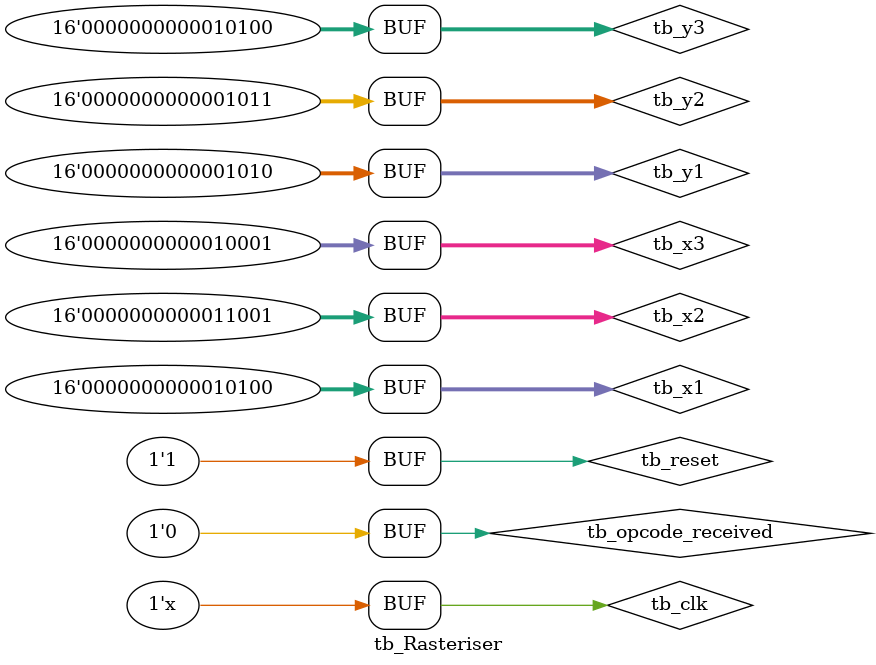
<source format=sv>

`timescale 1 ns / 100 ps

module tb_Rasteriser
();

	// DUT Signals
	reg tb_clk;
	reg tb_reset;
	reg tb_opcode_received;
	reg tb_frame_ready;
	reg tb_data_ready;
	reg tb_triangle_done;
	reg[15:0] tb_x1;
	reg[15:0] tb_y1;
	reg[15:0] tb_x2;
	reg[15:0] tb_y2;
	reg[15:0] tb_x3;
	reg[15:0] tb_y3;
	wire tb_clear;
	wire tb_count_up;
	wire tb_next_triangle;
	wire tb_load_texture;
	wire tb_get_rgba;
	wire tb_get_pixel;
	wire tb_get_line;
	wire [18:0] tb_pixel_number;
	wire tb_frame_ready_o;

	//Connections
	Rasteriser U1 (.clk(tb_clk),
			.reset(tb_reset),
			.opcode_received(tb_opcode_received),
			.frame_ready(tb_frame_ready),
			.data_ready(tb_data_ready),
			.triangle_done(tb_triangle_done),
			.x1(tb_x1),
			.y1(tb_y1),
			.x2(tb_x2),
			.y2(tb_y2),
			.x3(tb_x3),
			.y3(tb_y3),
			.clear(tb_clear),
			.count_up(tb_count_up),
			.next_triangle(tb_next_triangle),
			.load_texture(tb_load_texture),
			.get_rgba(tb_get_rgba),
			.get_pixel(tb_get_pixel),
			.get_line(tb_get_line),
			.pixel_number(tb_pixel_number),
			.frame_ready_o(tb_frame_ready_o));

	//Clock Signal
	always
	begin
		#2 tb_clk = !tb_clk;
	end

	initial
	begin
		tb_clk = 1'b0;
		tb_reset = 1'b0;
		tb_x1 = 16'd20;
		tb_y1 = 16'd10;
		tb_x3 = 16'd20;
		tb_y3 = 16'd20;
		tb_x2 = 16'd30;
		tb_y2 = 16'd10;
		#4;
		tb_reset = 1'b1;
		tb_opcode_received = 1'b1;
		#4;
		tb_opcode_received = 1'b0;
		#600;
		tb_reset = 1'b0;
		tb_x2 = 16'd25;
		#4;
		tb_reset = 1'b1;
		tb_opcode_received = 1'b1;
		#4;
		tb_opcode_received = 1'b0;
		#600;
		tb_reset = 1'b0;
		tb_x3 = 16'd17;
		tb_x2 = 16'd25;
		tb_y3 = 16'd20;
		tb_y2 = 16'd11;
		#4;
		tb_reset = 1'b1;
		tb_opcode_received = 1'b1;
		#4;
		tb_opcode_received = 1'b0;
	end

endmodule

</source>
